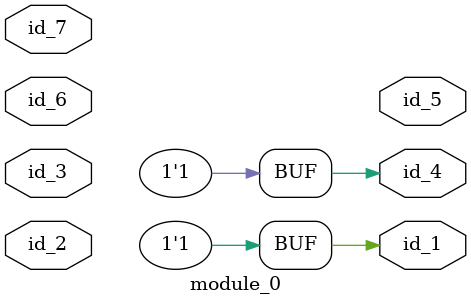
<source format=v>
module module_0 (
    id_1,
    id_2,
    id_3,
    id_4,
    id_5,
    id_6,
    id_7
);
  input id_7;
  inout id_6;
  output id_5;
  output id_4;
  inout id_3;
  inout id_2;
  output id_1;
  assign id_1 = 1;
  assign id_4 = 1;
endmodule

</source>
